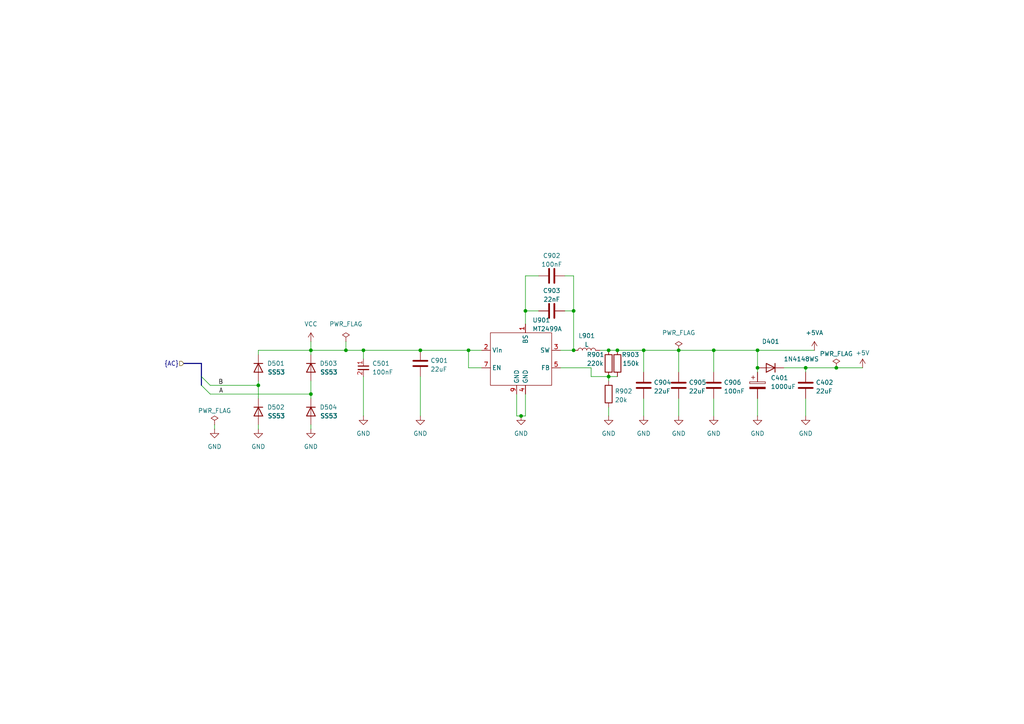
<source format=kicad_sch>
(kicad_sch (version 20231120) (generator "eeschema") (generator_version "8.0")
  (paper "A4")
  (lib_symbols
    (symbol "Device:C" (pin_numbers hide) (pin_names (offset 0.254))
      (property "Reference" "C" (at 0.635 2.54 0))
      (property "Value" "C" (at 0.635 -2.54 0))
      (symbol "C_0_1"
        (polyline (pts (xy -2.032 -0.762) (xy 2.032 -0.762)) (stroke (width 0.508)))
        (polyline (pts (xy -2.032 0.762) (xy 2.032 0.762)) (stroke (width 0.508)))
      )
      (symbol "C_1_1"
        (pin passive line (at 0 3.81 270) (length 2.794) (name "~") (number "1"))
        (pin passive line (at 0 -3.81 90) (length 2.794) (name "~") (number "2"))
      )
    )
    (symbol "Device:C_Polarized" (pin_numbers hide) (pin_names (offset 0.254))
      (property "Reference" "C" (at 0.635 2.54 0))
      (property "Value" "C_Polarized" (at 0.635 -2.54 0))
      (symbol "C_Polarized_0_1"
        (rectangle (start -2.286 0.508) (end 2.286 1.016))
        (polyline (pts (xy -1.778 2.286) (xy -0.762 2.286)))
        (polyline (pts (xy -1.27 2.794) (xy -1.27 1.778)))
        (rectangle (start 2.286 -0.508) (end -2.286 -1.016) (fill (type outline)))
      )
      (symbol "C_Polarized_1_1"
        (pin passive line (at 0 3.81 270) (length 2.794) (name "~") (number "1"))
        (pin passive line (at 0 -3.81 90) (length 2.794) (name "~") (number "2"))
      )
    )
    (symbol "Device:L" (pin_numbers hide) (pin_names (offset 1.016) hide)
      (property "Reference" "L" (at -1.27 0 90))
      (property "Value" "L" (at 1.905 0 90))
      (symbol "L_0_1"
        (arc (start 0 -2.54) (mid 0.6323 -1.905) (end 0 -1.27))
        (arc (start 0 -1.27) (mid 0.6323 -0.635) (end 0 0))
        (arc (start 0 0) (mid 0.6323 0.635) (end 0 1.27))
        (arc (start 0 1.27) (mid 0.6323 1.905) (end 0 2.54))
      )
      (symbol "L_1_1"
        (pin passive line (at 0 3.81 270) (length 1.27) (name "1") (number "1"))
        (pin passive line (at 0 -3.81 90) (length 1.27) (name "2") (number "2"))
      )
    )
    (symbol "Device:R" (pin_numbers hide) (pin_names (offset 0))
      (property "Reference" "R" (at 2.032 0 90))
      (property "Value" "R" (at 0 0 90))
      (symbol "R_0_1"
        (rectangle (start -1.016 -2.54) (end 1.016 2.54) (stroke (width 0.254)))
      )
      (symbol "R_1_1"
        (pin passive line (at 0 3.81 270) (length 1.27) (name "~") (number "1"))
        (pin passive line (at 0 -3.81 90) (length 1.27) (name "~") (number "2"))
      )
    )
    (symbol "capacitor_miscellaneous:C_0603_100nF"
      (property "Reference" "C" (at 1.27 2.54 0))
      (property "Value" "100nF" (at 3.81 -2.54 0))
      (symbol "C_0603_100nF_0_1"
        (polyline (pts (xy -1.524 -0.508) (xy 1.524 -0.508)) (stroke (width 0.3302)))
        (polyline (pts (xy -1.524 0.508) (xy 1.524 0.508)) (stroke (width 0.3048)))
      )
      (symbol "C_0603_100nF_1_1"
        (pin passive line (at 0 2.54 270) (length 2.032) (name "~") (number "1"))
        (pin passive line (at 0 -2.54 90) (length 2.032) (name "~") (number "2"))
      )
    )
    (symbol "custom_kicad_lib_sk:1N4148WS" (pin_numbers hide) (pin_names hide)
      (property "Reference" "D" (at 0 2.54 0))
      (property "Value" "1N4148WS" (at 0 -2.54 0))
      (symbol "1N4148WS_0_1"
        (polyline (pts (xy -1.27 1.27) (xy -1.27 -1.27)) (stroke (width 0.254)))
        (polyline (pts (xy 1.27 0) (xy -1.27 0)))
        (polyline (pts (xy 1.27 1.27) (xy 1.27 -1.27) (xy -1.27 0) (xy 1.27 1.27)) (stroke (width 0.254)))
      )
      (symbol "1N4148WS_1_1"
        (pin passive line (at -3.81 0 0) (length 2.54) (name "K") (number "1"))
        (pin passive line (at 3.81 0 180) (length 2.54) (name "A") (number "2"))
      )
    )
    (symbol "custom_kicad_lib_sk:MT499A"
      (property "Reference" "U1" (at 2.0194 9.999 0))
      (property "Value" "MT499A" (at 2.0194 7.4621 0))
      (symbol "MT499A_0_1"
        (rectangle (start -10.16 6.35) (end 7.62 -8.89) (stroke (width 0.1524)))
      )
      (symbol "MT499A_1_1"
        (pin input line (at 0 8.89 270) (length 2.54) (name "BS") (number "1"))
        (pin power_in line (at -12.7 1.27 0) (length 2.54) (name "Vin") (number "2"))
        (pin input line (at 10.16 1.27 180) (length 2.54) (name "SW") (number "3"))
        (pin power_in line (at 0 -11.43 90) (length 2.54) (name "GND") (number "4"))
        (pin input line (at 10.16 -3.81 180) (length 2.54) (name "FB") (number "5"))
        (pin no_connect line (at 8.89 -11.43 180) (length 2.54) hide (name "NC") (number "6"))
        (pin input line (at -12.7 -3.81 0) (length 2.54) (name "EN") (number "7"))
        (pin no_connect line (at 8.89 -13.97 180) (length 2.54) hide (name "NC") (number "8"))
        (pin input line (at -2.54 -11.43 90) (length 2.54) (name "GND") (number "9"))
      )
    )
    (symbol "custom_kicad_lib_sk:SS53" (pin_numbers hide) (pin_names (offset 1.016) hide)
      (property "Reference" "D" (at 0 2.54 0))
      (property "Value" "SS53" (at 0 -1.27 0))
      (symbol "SS53_0_1"
        (polyline (pts (xy -1.27 2.54) (xy -1.27 0)) (stroke (width 0.254)))
        (polyline (pts (xy 1.27 1.27) (xy -1.27 1.27)))
        (polyline (pts (xy 1.27 2.54) (xy 1.27 0) (xy -1.27 1.27) (xy 1.27 2.54)) (stroke (width 0.254)))
      )
      (symbol "SS53_1_1"
        (pin passive line (at -3.81 1.27 0) (length 2.54) (name "K") (number "1"))
        (pin passive line (at 3.81 1.27 180) (length 2.54) (name "A") (number "2"))
      )
    )
    (symbol "power:+5V" (power) (pin_numbers hide) (pin_names (offset 0) hide)
      (property "Value" "+5V" (at 0 3.556 0))
      (symbol "+5V_0_1"
        (polyline (pts (xy -0.762 1.27) (xy 0 2.54)))
        (polyline (pts (xy 0 0) (xy 0 2.54)))
        (polyline (pts (xy 0 2.54) (xy 0.762 1.27)))
      )
      (symbol "+5V_1_1"
        (pin power_in line (at 0 0 90) (length 0) (name "~") (number "1"))
      )
    )
    (symbol "power:+5VA" (power) (pin_numbers hide) (pin_names (offset 0) hide)
      (property "Value" "+5VA" (at 0 3.556 0))
      (symbol "+5VA_0_1"
        (polyline (pts (xy -0.762 1.27) (xy 0 2.54)))
        (polyline (pts (xy 0 0) (xy 0 2.54)))
        (polyline (pts (xy 0 2.54) (xy 0.762 1.27)))
      )
      (symbol "+5VA_1_1"
        (pin power_in line (at 0 0 90) (length 0) (name "~") (number "1"))
      )
    )
    (symbol "power:GND" (power) (pin_numbers hide) (pin_names (offset 0) hide)
      (property "Value" "GND" (at 0 -3.81 0))
      (symbol "GND_0_1"
        (polyline (pts (xy 0 0) (xy 0 -1.27) (xy 1.27 -1.27) (xy 0 -2.54) (xy -1.27 -1.27) (xy 0 -1.27)))
      )
      (symbol "GND_1_1"
        (pin power_in line (at 0 0 270) (length 0) (name "~") (number "1"))
      )
    )
    (symbol "power:PWR_FLAG" (power) (pin_numbers hide) (pin_names (offset 0) hide)
      (property "Value" "PWR_FLAG" (at 0 3.81 0))
      (symbol "PWR_FLAG_0_0"
        (pin power_out line (at 0 0 90) (length 0) (name "pwr") (number "1"))
      )
      (symbol "PWR_FLAG_0_1"
        (polyline (pts (xy 0 0) (xy 0 1.27) (xy -1.016 1.905) (xy 0 2.54) (xy 1.016 1.905) (xy 0 1.27)))
      )
    )
    (symbol "power:VCC" (power) (pin_numbers hide) (pin_names (offset 0) hide)
      (property "Value" "VCC" (at 0 3.556 0))
      (symbol "VCC_0_1"
        (polyline (pts (xy -0.762 1.27) (xy 0 2.54)))
        (polyline (pts (xy 0 0) (xy 0 2.54)))
        (polyline (pts (xy 0 2.54) (xy 0.762 1.27)))
      )
      (symbol "VCC_1_1"
        (pin power_in line (at 0 0 90) (length 0) (name "~") (number "1"))
      )
    )
  )
  (junction (at 166.37 101.6))
  (junction (at 219.71 106.68))
  (junction (at 121.92 101.6))
  (junction (at 90.17 114.3))
  (junction (at 196.85 101.6))
  (junction (at 186.69 101.6))
  (junction (at 242.57 106.68))
  (junction (at 135.89 101.6))
  (junction (at 179.07 101.6))
  (junction (at 151.13 120.65))
  (junction (at 90.17 101.6))
  (junction (at 176.53 109.22))
  (junction (at 219.71 101.6))
  (junction (at 105.41 101.6))
  (junction (at 176.53 101.6))
  (junction (at 166.37 90.17))
  (junction (at 233.68 106.68))
  (junction (at 100.33 101.6))
  (junction (at 74.93 111.76))
  (junction (at 152.4 90.17))
  (junction (at 207.01 101.6))
  (bus_entry (at 60.96 114.3) (size -2.54 -2.54))
  (bus_entry (at 60.96 111.76) (size -2.54 -2.54))
  (wire (pts (xy 135.89 101.6) (xy 139.7 101.6)))
  (wire (pts (xy 176.53 120.65) (xy 176.53 118.11)))
  (bus (pts (xy 58.42 109.22) (xy 58.42 111.76)))
  (wire (pts (xy 90.17 123.19) (xy 90.17 124.46)))
  (wire (pts (xy 179.07 101.6) (xy 186.69 101.6)))
  (wire (pts (xy 149.86 114.3) (xy 149.86 120.65)))
  (wire (pts (xy 176.53 109.22) (xy 176.53 110.49)))
  (wire (pts (xy 176.53 101.6) (xy 179.07 101.6)))
  (wire (pts (xy 121.92 101.6) (xy 135.89 101.6)))
  (wire (pts (xy 105.41 101.6) (xy 105.41 104.14)))
  (wire (pts (xy 60.96 114.3) (xy 90.17 114.3)))
  (wire (pts (xy 233.68 106.68) (xy 242.57 106.68)))
  (wire (pts (xy 196.85 115.57) (xy 196.85 120.65)))
  (wire (pts (xy 186.69 101.6) (xy 196.85 101.6)))
  (wire (pts (xy 242.57 106.68) (xy 250.19 106.68)))
  (bus (pts (xy 58.42 109.22) (xy 58.42 105.41)))
  (wire (pts (xy 196.85 101.6) (xy 207.01 101.6)))
  (wire (pts (xy 171.45 106.68) (xy 171.45 109.22)))
  (wire (pts (xy 156.21 80.01) (xy 152.4 80.01)))
  (wire (pts (xy 74.93 110.49) (xy 74.93 111.76)))
  (wire (pts (xy 100.33 99.06) (xy 100.33 101.6)))
  (wire (pts (xy 233.68 106.68) (xy 233.68 107.95)))
  (wire (pts (xy 162.56 101.6) (xy 166.37 101.6)))
  (wire (pts (xy 62.23 123.19) (xy 62.23 124.46)))
  (wire (pts (xy 173.99 101.6) (xy 176.53 101.6)))
  (wire (pts (xy 166.37 90.17) (xy 166.37 80.01)))
  (wire (pts (xy 196.85 101.6) (xy 196.85 107.95)))
  (wire (pts (xy 151.13 120.65) (xy 152.4 120.65)))
  (wire (pts (xy 90.17 110.49) (xy 90.17 114.3)))
  (wire (pts (xy 152.4 80.01) (xy 152.4 90.17)))
  (wire (pts (xy 105.41 101.6) (xy 121.92 101.6)))
  (wire (pts (xy 207.01 101.6) (xy 207.01 107.95)))
  (wire (pts (xy 90.17 114.3) (xy 90.17 115.57)))
  (wire (pts (xy 207.01 115.57) (xy 207.01 120.65)))
  (wire (pts (xy 105.41 101.6) (xy 100.33 101.6)))
  (wire (pts (xy 74.93 111.76) (xy 74.93 115.57)))
  (wire (pts (xy 233.68 115.57) (xy 233.68 120.65)))
  (wire (pts (xy 100.33 101.6) (xy 90.17 101.6)))
  (wire (pts (xy 135.89 101.6) (xy 135.89 106.68)))
  (wire (pts (xy 105.41 109.22) (xy 105.41 120.65)))
  (wire (pts (xy 60.96 111.76) (xy 74.93 111.76)))
  (wire (pts (xy 166.37 80.01) (xy 163.83 80.01)))
  (wire (pts (xy 219.71 106.68) (xy 219.71 107.95)))
  (wire (pts (xy 227.33 106.68) (xy 233.68 106.68)))
  (wire (pts (xy 166.37 101.6) (xy 166.37 90.17)))
  (wire (pts (xy 149.86 120.65) (xy 151.13 120.65)))
  (wire (pts (xy 207.01 101.6) (xy 219.71 101.6)))
  (wire (pts (xy 186.69 115.57) (xy 186.69 120.65)))
  (wire (pts (xy 121.92 120.65) (xy 121.92 109.22)))
  (wire (pts (xy 90.17 99.06) (xy 90.17 101.6)))
  (wire (pts (xy 74.93 101.6) (xy 90.17 101.6)))
  (wire (pts (xy 186.69 107.95) (xy 186.69 101.6)))
  (wire (pts (xy 219.71 115.57) (xy 219.71 120.65)))
  (wire (pts (xy 152.4 120.65) (xy 152.4 114.3)))
  (wire (pts (xy 152.4 90.17) (xy 156.21 90.17)))
  (bus (pts (xy 53.34 105.41) (xy 58.42 105.41)))
  (wire (pts (xy 139.7 106.68) (xy 135.89 106.68)))
  (wire (pts (xy 176.53 109.22) (xy 179.07 109.22)))
  (wire (pts (xy 74.93 102.87) (xy 74.93 101.6)))
  (wire (pts (xy 219.71 101.6) (xy 219.71 106.68)))
  (wire (pts (xy 219.71 101.6) (xy 236.22 101.6)))
  (wire (pts (xy 90.17 101.6) (xy 90.17 102.87)))
  (wire (pts (xy 74.93 123.19) (xy 74.93 124.46)))
  (wire (pts (xy 171.45 109.22) (xy 176.53 109.22)))
  (wire (pts (xy 152.4 90.17) (xy 152.4 93.98)))
  (wire (pts (xy 166.37 90.17) (xy 163.83 90.17)))
  (wire (pts (xy 162.56 106.68) (xy 171.45 106.68)))
  (label "A" (at 64.77 114.3 180))
  (label "B" (at 64.77 111.76 180))
  (hierarchical_label "{AC}" (shape input) (at 53.34 105.41 180))
  (symbol (lib_id "Device:L") (at 170.18 101.6 90) (unit 1)
    (property "Reference" "L901" (at 170.18 97.3922 90))
    (property "Value" "L" (at 170.18 99.9291 90))
    (property "Footprint" "Inductor_SMD:L_Bourns-SRN8040_8x8.15mm" (effects (hide yes)))
    (property "JLCPCB Part#" "C2929438" (effects (hide yes)))
    (instances (project "OS-servoDriver" (path "" (reference "L901") (unit 1))) (project "buck_5V" (path "" (reference "L901") (unit 1))) (project "general_schematics" (path "" (reference "L1501") (unit 1))))
  )
  (symbol (lib_id "Device:R") (at 179.07 105.41 180) (unit 1)
    (property "Reference" "R903" (at 185.42 102.87 0) (effects (justify left)))
    (property "Value" "150k" (at 185.42 105.41 0) (effects (justify left)))
    (property "Footprint" "Resistor_SMD:R_0603_1608Metric" (effects (hide yes)))
    (property "JLCPCB Part#" "C22807" (effects (hide yes)))
    (instances (project "OS-servoDriver" (path "" (reference "R903") (unit 1))) (project "buck_5V" (path "" (reference "R903") (unit 1))) (project "general_schematics" (path "" (reference "R1503") (unit 1))))
  )
  (symbol (lib_id "power:+5VA") (at 236.22 101.6 0) (unit 1)
    (property "Reference" "#PWR01" (effects (hide yes)))
    (property "Value" "+5VA" (at 236.22 96.52 0))
    (property "Description" "Power symbol creates a global label with name \"+5VA\"" (effects (hide yes)))
  )
  (symbol (lib_id "Device:C") (at 160.02 80.01 90) (unit 1)
    (property "Reference" "C902" (at 160.02 74.1512 90))
    (property "Value" "100nF" (at 160.02 76.6881 90))
    (property "Footprint" "Capacitor_SMD:C_0402_1005Metric" (effects (hide yes)))
    (property "JLCPCB Part#" "C307331" (effects (hide yes)))
    (instances (project "OS-servoDriver" (path "" (reference "C902") (unit 1))) (project "buck_5V" (path "" (reference "C902") (unit 1))) (project "general_schematics" (path "" (reference "C1502") (unit 1))))
  )
  (symbol (lib_id "power:GND") (at 207.01 120.65 0) (unit 1)
    (property "Reference" "#PWR05" (effects (hide yes)))
    (property "Value" "GND" (at 207.01 125.73 0))
    (property "Description" "Power symbol creates a global label with name \"GND\" , ground" (effects (hide yes)))
  )
  (symbol (lib_id "Device:C") (at 160.02 90.17 90) (unit 1)
    (property "Reference" "C903" (at 160.02 84.3112 90))
    (property "Value" "22nF" (at 160.02 86.8481 90))
    (property "Footprint" "Capacitor_SMD:C_0402_1005Metric" (effects (hide yes)))
    (property "JLCPCB Part#" "C1532" (effects (hide yes)))
    (instances (project "OS-servoDriver" (path "" (reference "C903") (unit 1))) (project "buck_5V" (path "" (reference "C903") (unit 1))) (project "general_schematics" (path "" (reference "C1503") (unit 1))))
  )
  (symbol (lib_id "power:PWR_FLAG") (at 242.57 106.68 0) (unit 1)
    (property "Reference" "#FLG0401" (effects (hide yes)))
    (property "Value" "PWR_FLAG" (at 242.57 102.616 0))
  )
  (symbol (lib_id "custom_kicad_lib_sk:SS53") (at 88.9 119.38 270) (unit 1)
    (property "Reference" "D504" (at 92.71 118.11 90) (effects (justify left)))
    (property "Value" "SS53" (at 92.71 120.65 90) (effects (font (bold yes)) (justify left)))
    (property "Footprint" "Diode_SMD:D_SMA" (effects (hide yes)))
    (property "Sim.Device" "D" (effects (hide yes)))
    (property "Sim.Pins" "1=K 2=A" (effects (hide yes)))
    (property "JLCPCB Part#" "C8678" (effects (hide yes)))
  )
  (symbol (lib_id "Device:C") (at 196.85 111.76 0) (unit 1)
    (property "Reference" "C905" (at 199.771 110.9253 0) (effects (justify left)))
    (property "Value" "22uF" (at 199.771 113.4622 0) (effects (justify left)))
    (property "Footprint" "Capacitor_SMD:C_0603_1608Metric" (effects (hide yes)))
    (property "JLCPCB Part#" "C45783" (effects (hide yes)))
    (instances (project "OS-servoDriver" (path "" (reference "C905") (unit 1))) (project "buck_5V" (path "" (reference "C905") (unit 1))) (project "general_schematics" (path "" (reference "C1505") (unit 1))))
  )
  (symbol (lib_id "Device:C") (at 233.68 111.76 0) (unit 1)
    (property "Reference" "C402" (at 236.601 110.9253 0) (effects (justify left)))
    (property "Value" "22uF" (at 236.601 113.4622 0) (effects (justify left)))
    (property "Footprint" "Capacitor_SMD:C_0603_1608Metric" (effects (hide yes)))
    (property "JLCPCB Part#" "C45783" (effects (hide yes)))
  )
  (symbol (lib_id "power:GND") (at 105.41 120.65 0) (unit 1)
    (property "Reference" "#PWR032" (effects (hide yes)))
    (property "Value" "GND" (at 105.41 125.73 0))
    (property "Description" "Power symbol creates a global label with name \"GND\" , ground" (effects (hide yes)))
  )
  (symbol (lib_id "power:GND") (at 219.71 120.65 0) (unit 1)
    (property "Reference" "#PWR04" (effects (hide yes)))
    (property "Value" "GND" (at 219.71 125.73 0))
    (property "Description" "Power symbol creates a global label with name \"GND\" , ground" (effects (hide yes)))
  )
  (symbol (lib_id "power:GND") (at 74.93 124.46 0) (unit 1)
    (property "Reference" "#PWR031" (effects (hide yes)))
    (property "Value" "GND" (at 74.93 129.54 0))
    (property "Description" "Power symbol creates a global label with name \"GND\" , ground" (effects (hide yes)))
  )
  (symbol (lib_id "capacitor_miscellaneous:C_0603_100nF") (at 105.41 106.68 0) (unit 1)
    (property "Reference" "C501" (at 107.95 105.4162 0) (effects (justify left)))
    (property "Value" "100nF" (at 107.95 107.9562 0) (effects (justify left)))
    (property "Footprint" "Capacitor_SMD:C_0603_1608Metric" (effects (hide yes)))
    (property "JLCPCB Part#" "C14663" (effects (hide yes)))
  )
  (symbol (lib_id "power:VCC") (at 90.17 99.06 0) (unit 1)
    (property "Reference" "#PWR024" (effects (hide yes)))
    (property "Value" "VCC" (at 90.17 93.98 0))
    (property "Description" "Power symbol creates a global label with name \"VCC\"" (effects (hide yes)))
  )
  (symbol (lib_id "Device:C") (at 121.92 105.41 0) (unit 1)
    (property "Reference" "C901" (at 124.841 104.5753 0) (effects (justify left)))
    (property "Value" "22uF" (at 124.841 107.1122 0) (effects (justify left)))
    (property "Footprint" "Capacitor_SMD:C_0603_1608Metric" (effects (hide yes)))
    (property "JLCPCB Part#" "C45783" (effects (hide yes)))
    (instances (project "OS-servoDriver" (path "" (reference "C901") (unit 1))) (project "buck_5V" (path "" (reference "C901") (unit 1))) (project "general_schematics" (path "" (reference "C1501") (unit 1))))
  )
  (symbol (lib_id "custom_kicad_lib_sk:SS53") (at 73.66 106.68 270) (unit 1)
    (property "Reference" "D501" (at 77.47 105.41 90) (effects (justify left)))
    (property "Value" "SS53" (at 77.47 107.95 90) (effects (font (bold yes)) (justify left)))
    (property "Footprint" "Diode_SMD:D_SMA" (effects (hide yes)))
    (property "Sim.Device" "D" (effects (hide yes)))
    (property "Sim.Pins" "1=K 2=A" (effects (hide yes)))
    (property "JLCPCB Part#" "C8678" (effects (hide yes)))
  )
  (symbol (lib_id "Device:R") (at 176.53 114.3 0) (unit 1)
    (property "Reference" "R902" (at 178.308 113.4653 0) (effects (justify left)))
    (property "Value" "20k" (at 178.308 116.0022 0) (effects (justify left)))
    (property "Footprint" "Resistor_SMD:R_0603_1608Metric" (effects (hide yes)))
    (property "JLCPCB Part#" "C4328" (effects (hide yes)))
    (instances (project "OS-servoDriver" (path "" (reference "R902") (unit 1))) (project "buck_5V" (path "" (reference "R902") (unit 1))) (project "general_schematics" (path "" (reference "R1502") (unit 1))))
  )
  (symbol (lib_id "power:GND") (at 62.23 124.46 0) (unit 1)
    (property "Reference" "#PWR011" (effects (hide yes)))
    (property "Value" "GND" (at 62.23 129.54 0))
    (property "Description" "Power symbol creates a global label with name \"GND\" , ground" (effects (hide yes)))
  )
  (symbol (lib_id "custom_kicad_lib_sk:1N4148WS") (at 223.52 106.68 180) (unit 1)
    (property "Reference" "D401" (at 223.52 99.06 0))
    (property "Value" "1N4148WS" (at 232.41 104.14 0))
    (property "Footprint" "Diode_SMD:D_SOD-323" (effects (hide yes)))
    (property "Datasheet" "https://www.vishay.com/docs/85751/1n4148ws.pdf" (effects (hide yes)))
    (property "Description" "75V 0.15A Fast switching Diode, SOD-323" (effects (hide yes)))
    (property "Sim.Device" "D" (effects (hide yes)))
    (property "Sim.Pins" "1=K 2=A" (effects (hide yes)))
    (property "JLCPCB Part#" "C2128" (effects (hide yes)))
  )
  (symbol (lib_id "power:PWR_FLAG") (at 100.33 99.06 0) (unit 1)
    (property "Reference" "#FLG01" (effects (hide yes)))
    (property "Value" "PWR_FLAG" (at 100.33 93.98 0))
  )
  (symbol (lib_id "power:GND") (at 186.69 120.65 0) (unit 1)
    (property "Reference" "#PWR07" (effects (hide yes)))
    (property "Value" "GND" (at 186.69 125.73 0))
    (property "Description" "Power symbol creates a global label with name \"GND\" , ground" (effects (hide yes)))
  )
  (symbol (lib_id "power:GND") (at 196.85 120.65 0) (unit 1)
    (property "Reference" "#PWR06" (effects (hide yes)))
    (property "Value" "GND" (at 196.85 125.73 0))
    (property "Description" "Power symbol creates a global label with name \"GND\" , ground" (effects (hide yes)))
  )
  (symbol (lib_id "power:GND") (at 233.68 120.65 0) (unit 1)
    (property "Reference" "#PWR03" (effects (hide yes)))
    (property "Value" "GND" (at 233.68 125.73 0))
    (property "Description" "Power symbol creates a global label with name \"GND\" , ground" (effects (hide yes)))
  )
  (symbol (lib_id "custom_kicad_lib_sk:MT499A") (at 152.4 102.87 0) (unit 1)
    (property "Reference" "U901" (at 154.4194 92.871 0) (effects (justify left)))
    (property "Value" "MT2499A" (at 154.4194 95.4079 0) (effects (justify left)))
    (property "Footprint" "Package_SO:TI_SO-PowerPAD-8" (effects (hide yes)))
    (property "Datasheet" "https://datasheet.lcsc.com/lcsc/2205121200_XI-AN-Aerosemi-Tech-MT2499A_C3007555.pdf" (effects (hide yes)))
    (property "JLCPCB Part#" "C3007555" (effects (hide yes)))
    (instances (project "OS-servoDriver" (path "" (reference "U901") (unit 1))) (project "buck_5V" (path "" (reference "U901") (unit 1))) (project "general_schematics" (path "" (reference "U1501") (unit 1))))
  )
  (symbol (lib_id "power:GND") (at 151.13 120.65 0) (unit 1)
    (property "Reference" "#PWR09" (effects (hide yes)))
    (property "Value" "GND" (at 151.13 125.73 0))
    (property "Description" "Power symbol creates a global label with name \"GND\" , ground" (effects (hide yes)))
  )
  (symbol (lib_id "Device:C") (at 186.69 111.76 0) (unit 1)
    (property "Reference" "C904" (at 189.611 110.9253 0) (effects (justify left)))
    (property "Value" "22uF" (at 189.611 113.4622 0) (effects (justify left)))
    (property "Footprint" "Capacitor_SMD:C_0603_1608Metric" (effects (hide yes)))
    (property "JLCPCB Part#" "C45783" (effects (hide yes)))
    (instances (project "OS-servoDriver" (path "" (reference "C904") (unit 1))) (project "buck_5V" (path "" (reference "C904") (unit 1))) (project "general_schematics" (path "" (reference "C1504") (unit 1))))
  )
  (symbol (lib_id "Device:R") (at 176.53 105.41 0) (unit 1)
    (property "Reference" "R901" (at 170.18 102.87 0) (effects (justify left)))
    (property "Value" "220k" (at 170.18 105.41 0) (effects (justify left)))
    (property "Footprint" "Resistor_SMD:R_0603_1608Metric" (effects (hide yes)))
    (property "JLCPCB Part#" "C22961" (effects (hide yes)))
    (instances (project "OS-servoDriver" (path "" (reference "R901") (unit 1))) (project "buck_5V" (path "" (reference "R901") (unit 1))) (project "general_schematics" (path "" (reference "R1501") (unit 1))))
  )
  (symbol (lib_id "custom_kicad_lib_sk:SS53") (at 73.66 119.38 270) (unit 1)
    (property "Reference" "D502" (at 77.47 118.11 90) (effects (justify left)))
    (property "Value" "SS53" (at 77.47 120.65 90) (effects (font (bold yes)) (justify left)))
    (property "Footprint" "Diode_SMD:D_SMA" (effects (hide yes)))
    (property "Sim.Device" "D" (effects (hide yes)))
    (property "Sim.Pins" "1=K 2=A" (effects (hide yes)))
    (property "JLCPCB Part#" "C8678" (effects (hide yes)))
  )
  (symbol (lib_id "power:+5V") (at 250.19 106.68 0) (unit 1)
    (property "Reference" "#PWR02" (effects (hide yes)))
    (property "Value" "+5V" (at 250.19 102.362 0))
    (property "Description" "Power symbol creates a global label with name \"+5V\"" (effects (hide yes)))
  )
  (symbol (lib_id "power:PWR_FLAG") (at 196.85 101.6 0) (unit 1)
    (property "Reference" "#FLG0501" (effects (hide yes)))
    (property "Value" "PWR_FLAG" (at 196.85 96.52 0))
  )
  (symbol (lib_id "Device:C") (at 207.01 111.76 0) (unit 1)
    (property "Reference" "C906" (at 209.931 110.9253 0) (effects (justify left)))
    (property "Value" "100nF" (at 209.931 113.4622 0) (effects (justify left)))
    (property "Footprint" "Capacitor_SMD:C_0402_1005Metric" (effects (hide yes)))
    (property "JLCPCB Part#" "C307331" (effects (hide yes)))
    (instances (project "OS-servoDriver" (path "" (reference "C906") (unit 1))) (project "buck_5V" (path "" (reference "C906") (unit 1))) (project "general_schematics" (path "" (reference "C1506") (unit 1))))
  )
  (symbol (lib_id "power:GND") (at 121.92 120.65 0) (unit 1)
    (property "Reference" "#PWR010" (effects (hide yes)))
    (property "Value" "GND" (at 121.92 125.73 0))
    (property "Description" "Power symbol creates a global label with name \"GND\" , ground" (effects (hide yes)))
  )
  (symbol (lib_id "power:PWR_FLAG") (at 62.23 123.19 0) (unit 1)
    (property "Reference" "#FLG02" (effects (hide yes)))
    (property "Value" "PWR_FLAG" (at 62.23 119.126 0))
  )
  (symbol (lib_id "Device:C_Polarized") (at 219.71 111.76 0) (unit 1)
    (property "Reference" "C401" (at 223.52 109.601 0) (effects (justify left)))
    (property "Value" "1000uF" (at 223.52 112.141 0) (effects (justify left)))
    (property "Footprint" "Capacitor_SMD:CP_Elec_8x10.5" (effects (hide yes)))
    (property "JLCPCB Part#" "C5162347" (effects (hide yes)))
  )
  (symbol (lib_id "power:GND") (at 176.53 120.65 0) (unit 1)
    (property "Reference" "#PWR08" (effects (hide yes)))
    (property "Value" "GND" (at 176.53 125.73 0))
    (property "Description" "Power symbol creates a global label with name \"GND\" , ground" (effects (hide yes)))
  )
  (symbol (lib_id "custom_kicad_lib_sk:SS53") (at 88.9 106.68 270) (unit 1)
    (property "Reference" "D503" (at 92.71 105.41 90) (effects (justify left)))
    (property "Value" "SS53" (at 92.71 107.95 90) (effects (font (bold yes)) (justify left)))
    (property "Footprint" "Diode_SMD:D_SMA" (effects (hide yes)))
    (property "Sim.Device" "D" (effects (hide yes)))
    (property "Sim.Pins" "1=K 2=A" (effects (hide yes)))
    (property "JLCPCB Part#" "C8678" (effects (hide yes)))
  )
  (symbol (lib_id "power:GND") (at 90.17 124.46 0) (unit 1)
    (property "Reference" "#PWR025" (effects (hide yes)))
    (property "Value" "GND" (at 90.17 129.54 0))
    (property "Description" "Power symbol creates a global label with name \"GND\" , ground" (effects (hide yes)))
  )
)
</source>
